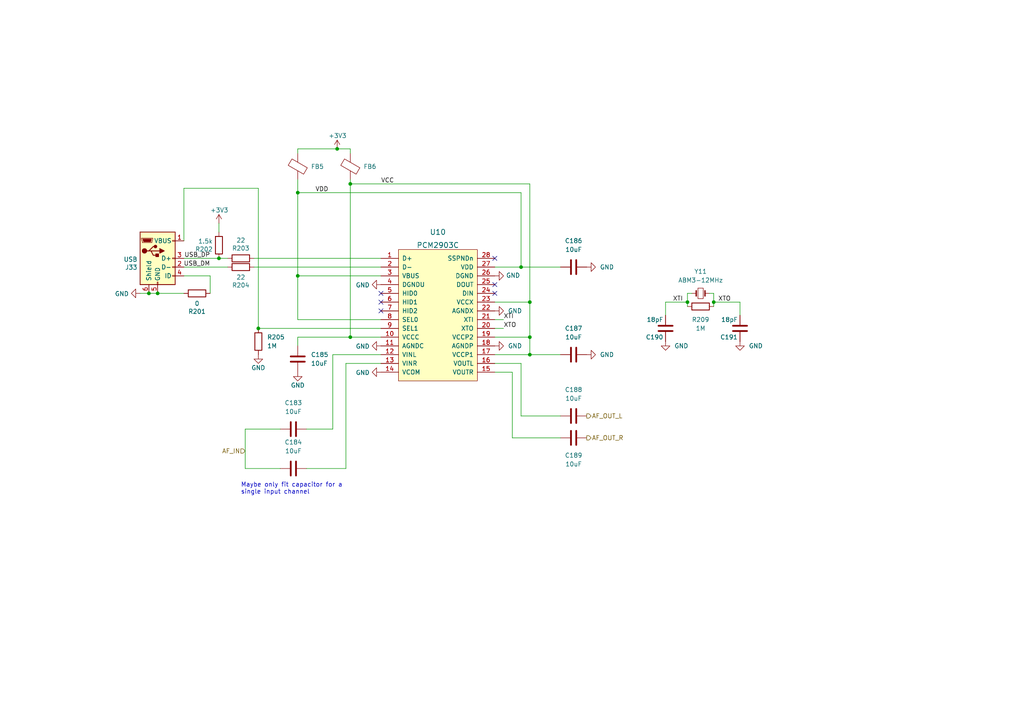
<source format=kicad_sch>
(kicad_sch (version 20211123) (generator eeschema)
  (paper "A4")
  (title_block (title "DART-70 TRX") (date "2023-03-08") (rev "0") (company "HB9EGM") (comment 1 "A 4m Band SSB/CW Transceiver"))
  (lib_symbols
    (symbol "Connector:USB_B_Micro" (pin_names (offset 1.016))
      (property "Reference" "J" (at -5.08 11.43 0))
      (property "Value" "USB_B_Micro" (at -5.08 8.89 0))
      (symbol "USB_B_Micro_0_1"
        (rectangle (start -5.08 -7.62) (end 5.08 7.62) (stroke (width 0.254)) (fill (type background)))
        (circle (center -3.81 2.159) (radius 0.635) (stroke (width 0.254)) (fill (type outline)))
        (circle (center -0.635 3.429) (radius 0.381) (stroke (width 0.254)) (fill (type outline)))
        (rectangle (start -0.127 -7.62) (end 0.127 -6.858))
        (polyline (pts (xy -1.905 2.159) (xy 0.635 2.159)) (stroke (width 0.254)))
        (polyline (pts (xy -3.175 2.159) (xy -2.54 2.159) (xy -1.27 3.429) (xy -0.635 3.429)) (stroke (width 0.254)))
        (polyline (pts (xy -2.54 2.159) (xy -1.905 2.159) (xy -1.27 0.889) (xy 0 0.889)) (stroke (width 0.254)))
        (polyline (pts (xy 0.635 2.794) (xy 0.635 1.524) (xy 1.905 2.159) (xy 0.635 2.794)) (stroke (width 0.254)) (fill (type outline)))
        (polyline (pts (xy -4.318 5.588) (xy -1.778 5.588) (xy -2.032 4.826) (xy -4.064 4.826) (xy -4.318 5.588)) (fill (type outline)))
        (polyline (pts (xy -4.699 5.842) (xy -4.699 5.588) (xy -4.445 4.826) (xy -4.445 4.572) (xy -1.651 4.572) (xy -1.651 4.826) (xy -1.397 5.588) (xy -1.397 5.842) (xy -4.699 5.842)))
        (rectangle (start 0.254 1.27) (end -0.508 0.508) (stroke (width 0.254)) (fill (type outline)))
        (rectangle (start 5.08 -5.207) (end 4.318 -4.953))
        (rectangle (start 5.08 -2.667) (end 4.318 -2.413))
        (rectangle (start 5.08 -0.127) (end 4.318 0.127))
        (rectangle (start 5.08 4.953) (end 4.318 5.207))
      )
      (symbol "USB_B_Micro_1_1"
        (pin power_out line (at 7.62 5.08 180) (length 2.54) (name "VBUS") (number "1"))
        (pin bidirectional line (at 7.62 -2.54 180) (length 2.54) (name "D-") (number "2"))
        (pin bidirectional line (at 7.62 0 180) (length 2.54) (name "D+") (number "3"))
        (pin passive line (at 7.62 -5.08 180) (length 2.54) (name "ID") (number "4"))
        (pin power_out line (at 0 -10.16 90) (length 2.54) (name "GND") (number "5"))
        (pin passive line (at -2.54 -10.16 90) (length 2.54) (name "Shield") (number "6"))
      )
    )
    (symbol "Device:C" (pin_numbers hide) (pin_names (offset 0.254))
      (property "Reference" "C" (at 0.635 2.54 0))
      (property "Value" "C" (at 0.635 -2.54 0))
      (symbol "C_0_1"
        (polyline (pts (xy -2.032 -0.762) (xy 2.032 -0.762)) (stroke (width 0.508)))
        (polyline (pts (xy -2.032 0.762) (xy 2.032 0.762)) (stroke (width 0.508)))
      )
      (symbol "C_1_1"
        (pin passive line (at 0 3.81 270) (length 2.794) (name "~") (number "1"))
        (pin passive line (at 0 -3.81 90) (length 2.794) (name "~") (number "2"))
      )
    )
    (symbol "Device:Crystal_Small" (pin_numbers hide) (pin_names (offset 1.016) hide)
      (property "Reference" "Y" (at 0 2.54 0))
      (property "Value" "Crystal_Small" (at 0 -2.54 0))
      (symbol "Crystal_Small_0_1"
        (rectangle (start -0.762 -1.524) (end 0.762 1.524))
        (polyline (pts (xy -1.27 -0.762) (xy -1.27 0.762)) (stroke (width 0.381)))
        (polyline (pts (xy 1.27 -0.762) (xy 1.27 0.762)) (stroke (width 0.381)))
      )
      (symbol "Crystal_Small_1_1"
        (pin passive line (at -2.54 0 0) (length 1.27) (name "1") (number "1"))
        (pin passive line (at 2.54 0 180) (length 1.27) (name "2") (number "2"))
      )
    )
    (symbol "Device:FerriteBead" (pin_numbers hide) (pin_names (offset 0))
      (property "Reference" "FB" (at -3.81 0.635 90))
      (property "Value" "FerriteBead" (at 3.81 0 90))
      (symbol "FerriteBead_0_1"
        (polyline (pts (xy 0 -1.27) (xy 0 -1.2192)))
        (polyline (pts (xy 0 1.27) (xy 0 1.2954)))
        (polyline (pts (xy -2.7686 0.4064) (xy -1.7018 2.2606) (xy 2.7686 -0.3048) (xy 1.6764 -2.159) (xy -2.7686 0.4064)))
      )
      (symbol "FerriteBead_1_1"
        (pin passive line (at 0 3.81 270) (length 2.54) (name "~") (number "1"))
        (pin passive line (at 0 -3.81 90) (length 2.54) (name "~") (number "2"))
      )
    )
    (symbol "Device:R" (pin_numbers hide) (pin_names (offset 0))
      (property "Reference" "R" (at 2.032 0 90))
      (property "Value" "R" (at 0 0 90))
      (symbol "R_0_1"
        (rectangle (start -1.016 -2.54) (end 1.016 2.54) (stroke (width 0.254)))
      )
      (symbol "R_1_1"
        (pin passive line (at 0 3.81 270) (length 1.27) (name "~") (number "1"))
        (pin passive line (at 0 -3.81 90) (length 1.27) (name "~") (number "2"))
      )
    )
    (symbol "mpb:PCM2903C" (pin_names (offset 1.016))
      (property "Reference" "U" (at -1.27 21.59 0))
      (property "Value" "PCM2903C" (at -1.27 -21.59 0))
      (symbol "PCM2903C_0_1"
        (rectangle (start -11.43 19.05) (end 11.43 -19.05) (fill (type background)))
      )
      (symbol "PCM2903C_1_1"
        (pin bidirectional line (at -16.51 16.51 0) (length 5.08) (name "D+") (number "1"))
        (pin power_in line (at -16.51 -6.35 0) (length 5.08) (name "VCCC") (number "10"))
        (pin power_in line (at -16.51 -8.89 0) (length 5.08) (name "AGNDC") (number "11"))
        (pin input line (at -16.51 -11.43 0) (length 5.08) (name "VINL") (number "12"))
        (pin input line (at -16.51 -13.97 0) (length 5.08) (name "VINR") (number "13"))
        (pin power_out line (at -16.51 -16.51 0) (length 5.08) (name "VCOM") (number "14"))
        (pin output line (at 16.51 -16.51 180) (length 5.08) (name "VOUTR") (number "15"))
        (pin input line (at 16.51 -13.97 180) (length 5.08) (name "VOUTL") (number "16"))
        (pin power_in line (at 16.51 -11.43 180) (length 5.08) (name "VCCP1") (number "17"))
        (pin power_in line (at 16.51 -8.89 180) (length 5.08) (name "AGNDP") (number "18"))
        (pin power_in line (at 16.51 -6.35 180) (length 5.08) (name "VCCP2") (number "19"))
        (pin bidirectional line (at -16.51 13.97 0) (length 5.08) (name "D-") (number "2"))
        (pin bidirectional line (at 16.51 -3.81 180) (length 5.08) (name "XTO") (number "20"))
        (pin bidirectional line (at 16.51 -1.27 180) (length 5.08) (name "XTI") (number "21"))
        (pin power_in line (at 16.51 1.27 180) (length 5.08) (name "AGNDX") (number "22"))
        (pin power_in line (at 16.51 3.81 180) (length 5.08) (name "VCCX") (number "23"))
        (pin input line (at 16.51 6.35 180) (length 5.08) (name "DIN") (number "24"))
        (pin output line (at 16.51 8.89 180) (length 5.08) (name "DOUT") (number "25"))
        (pin power_in line (at 16.51 11.43 180) (length 5.08) (name "DGND") (number "26"))
        (pin power_in line (at 16.51 13.97 180) (length 5.08) (name "VDD") (number "27"))
        (pin output line (at 16.51 16.51 180) (length 5.08) (name "SSPNDn") (number "28"))
        (pin power_in line (at -16.51 11.43 0) (length 5.08) (name "VBUS") (number "3"))
        (pin power_in line (at -16.51 8.89 0) (length 5.08) (name "DGNDU") (number "4"))
        (pin input line (at -16.51 6.35 0) (length 5.08) (name "HID0") (number "5"))
        (pin input line (at -16.51 3.81 0) (length 5.08) (name "HID1") (number "6"))
        (pin input line (at -16.51 1.27 0) (length 5.08) (name "HID2") (number "7"))
        (pin input line (at -16.51 -1.27 0) (length 5.08) (name "SEL0") (number "8"))
        (pin input line (at -16.51 -3.81 0) (length 5.08) (name "SEL1") (number "9"))
      )
    )
    (symbol "power:+3V3" (power) (pin_names (offset 0))
      (property "Value" "+3V3" (at 0 3.556 0))
      (symbol "+3V3_0_1"
        (polyline (pts (xy -0.762 1.27) (xy 0 2.54)))
        (polyline (pts (xy 0 0) (xy 0 2.54)))
        (polyline (pts (xy 0 2.54) (xy 0.762 1.27)))
      )
      (symbol "+3V3_1_1"
        (pin power_in line (at 0 0 90) (length 0) hide (name "+3V3") (number "1"))
      )
    )
    (symbol "power:GND" (power) (pin_names (offset 0))
      (property "Value" "GND" (at 0 -3.81 0))
      (symbol "GND_0_1"
        (polyline (pts (xy 0 0) (xy 0 -1.27) (xy 1.27 -1.27) (xy 0 -2.54) (xy -1.27 -1.27) (xy 0 -1.27)))
      )
      (symbol "GND_1_1"
        (pin power_in line (at 0 0 270) (length 0) hide (name "GND") (number "1"))
      )
    )
  )
  (junction (at 86.36 80.01))
  (junction (at 45.72 85.09))
  (junction (at 101.6 53.34))
  (junction (at 74.93 95.25))
  (junction (at 63.5 74.93))
  (junction (at 207.01 87.63))
  (junction (at 153.67 102.87))
  (junction (at 86.36 55.88))
  (junction (at 153.67 87.63))
  (junction (at 43.18 85.09))
  (junction (at 199.39 87.63))
  (junction (at 97.79 43.18))
  (junction (at 153.67 97.79))
  (junction (at 101.6 97.79))
  (junction (at 151.13 77.47))
  (no_connect (at 143.51 82.55))
  (no_connect (at 110.49 85.09))
  (no_connect (at 110.49 87.63))
  (no_connect (at 143.51 85.09))
  (no_connect (at 110.49 90.17))
  (no_connect (at 143.51 74.93))
  (wire (pts (xy 74.93 54.61) (xy 74.93 95.25)))
  (wire (pts (xy 86.36 80.01) (xy 86.36 92.71)))
  (wire (pts (xy 101.6 43.18) (xy 101.6 44.45)))
  (wire (pts (xy 143.51 77.47) (xy 151.13 77.47)))
  (wire (pts (xy 73.66 77.47) (xy 110.49 77.47)))
  (wire (pts (xy 71.12 124.46) (xy 71.12 135.89)))
  (wire (pts (xy 63.5 64.77) (xy 63.5 67.31)))
  (wire (pts (xy 143.51 102.87) (xy 153.67 102.87)))
  (wire (pts (xy 151.13 120.65) (xy 151.13 105.41)))
  (wire (pts (xy 43.18 85.09) (xy 45.72 85.09)))
  (wire (pts (xy 151.13 105.41) (xy 143.51 105.41)))
  (wire (pts (xy 66.04 77.47) (xy 53.34 77.47)))
  (wire (pts (xy 86.36 52.07) (xy 86.36 55.88)))
  (wire (pts (xy 199.39 87.63) (xy 199.39 88.9)))
  (wire (pts (xy 143.51 97.79) (xy 153.67 97.79)))
  (wire (pts (xy 96.52 124.46) (xy 96.52 102.87)))
  (wire (pts (xy 146.05 92.71) (xy 143.51 92.71)))
  (wire (pts (xy 151.13 55.88) (xy 151.13 77.47)))
  (wire (pts (xy 143.51 107.95) (xy 148.59 107.95)))
  (wire (pts (xy 146.05 95.25) (xy 143.51 95.25)))
  (wire (pts (xy 73.66 74.93) (xy 110.49 74.93)))
  (wire (pts (xy 162.56 120.65) (xy 151.13 120.65)))
  (wire (pts (xy 205.74 85.09) (xy 207.01 85.09)))
  (wire (pts (xy 97.79 43.18) (xy 101.6 43.18)))
  (wire (pts (xy 60.96 85.09) (xy 60.96 80.01)))
  (wire (pts (xy 100.33 105.41) (xy 100.33 135.89)))
  (wire (pts (xy 207.01 87.63) (xy 207.01 88.9)))
  (wire (pts (xy 100.33 135.89) (xy 88.9 135.89)))
  (wire (pts (xy 143.51 87.63) (xy 153.67 87.63)))
  (wire (pts (xy 148.59 127) (xy 162.56 127)))
  (wire (pts (xy 153.67 53.34) (xy 101.6 53.34)))
  (wire (pts (xy 53.34 54.61) (xy 74.93 54.61)))
  (wire (pts (xy 148.59 107.95) (xy 148.59 127)))
  (wire (pts (xy 101.6 53.34) (xy 101.6 52.07)))
  (wire (pts (xy 110.49 105.41) (xy 100.33 105.41)))
  (wire (pts (xy 96.52 102.87) (xy 110.49 102.87)))
  (wire (pts (xy 193.04 87.63) (xy 199.39 87.63)))
  (wire (pts (xy 86.36 44.45) (xy 86.36 43.18)))
  (wire (pts (xy 63.5 74.93) (xy 53.34 74.93)))
  (wire (pts (xy 200.66 85.09) (xy 199.39 85.09)))
  (wire (pts (xy 86.36 97.79) (xy 101.6 97.79)))
  (wire (pts (xy 153.67 97.79) (xy 153.67 87.63)))
  (wire (pts (xy 153.67 102.87) (xy 162.56 102.87)))
  (wire (pts (xy 86.36 92.71) (xy 110.49 92.71)))
  (wire (pts (xy 45.72 85.09) (xy 53.34 85.09)))
  (wire (pts (xy 199.39 85.09) (xy 199.39 87.63)))
  (wire (pts (xy 71.12 135.89) (xy 81.28 135.89)))
  (wire (pts (xy 86.36 43.18) (xy 97.79 43.18)))
  (wire (pts (xy 101.6 97.79) (xy 110.49 97.79)))
  (wire (pts (xy 40.64 85.09) (xy 43.18 85.09)))
  (wire (pts (xy 153.67 102.87) (xy 153.67 97.79)))
  (wire (pts (xy 88.9 124.46) (xy 96.52 124.46)))
  (wire (pts (xy 86.36 55.88) (xy 86.36 80.01)))
  (wire (pts (xy 53.34 69.85) (xy 53.34 54.61)))
  (wire (pts (xy 74.93 95.25) (xy 110.49 95.25)))
  (wire (pts (xy 151.13 77.47) (xy 162.56 77.47)))
  (wire (pts (xy 193.04 91.44) (xy 193.04 87.63)))
  (wire (pts (xy 86.36 80.01) (xy 110.49 80.01)))
  (wire (pts (xy 86.36 55.88) (xy 151.13 55.88)))
  (wire (pts (xy 63.5 74.93) (xy 66.04 74.93)))
  (wire (pts (xy 214.63 87.63) (xy 207.01 87.63)))
  (wire (pts (xy 207.01 85.09) (xy 207.01 87.63)))
  (wire (pts (xy 60.96 80.01) (xy 53.34 80.01)))
  (wire (pts (xy 101.6 53.34) (xy 101.6 97.79)))
  (wire (pts (xy 214.63 91.44) (xy 214.63 87.63)))
  (wire (pts (xy 86.36 97.79) (xy 86.36 100.33)))
  (wire (pts (xy 153.67 87.63) (xy 153.67 53.34)))
  (wire (pts (xy 71.12 124.46) (xy 81.28 124.46)))
  (text "Maybe only fit capacitor for a\nsingle input channel" (at 69.85 143.51 0) (effects (font (size 1.27 1.27)) (justify left bottom)))
  (label "XTO" (at 208.28 87.63 0))
  (label "VDD" (at 91.44 55.88 0))
  (label "XTO" (at 146.05 95.25 0))
  (label "USB_DM" (at 60.96 77.47 180))
  (label "XTI" (at 198.12 87.63 180))
  (label "USB_DP" (at 60.96 74.93 180))
  (label "VCC" (at 110.49 53.34 0))
  (label "XTI" (at 146.05 92.71 0))
  (hierarchical_label "AF_OUT_L" (shape output) (at 170.18 120.65 0))
  (hierarchical_label "AF_IN" (shape input) (at 71.12 130.81 180))
  (hierarchical_label "AF_OUT_R" (shape output) (at 170.18 127 0))
  (symbol (lib_id "power:GND") (at 143.51 90.17 90) (unit 1)
    (property "Reference" "#PWR0260" (effects hide))
    (property "Value" "GND" (at 147.32 90.1699 90) (effects (justify right)))
  )
  (symbol (lib_id "power:+3V3") (at 97.79 43.18 0) (unit 1)
    (property "Reference" "#PWR0255" (effects hide))
    (property "Value" "+3V3" (at 95.25 39.37 0) (effects (justify left)))
  )
  (symbol (lib_id "Connector:USB_B_Micro") (at 45.72 74.93 0) (unit 1)
    (property "Reference" "J33" (at 39.878 77.5462 0) (effects (justify right)))
    (property "Value" "USB" (at 39.878 75.2348 0) (effects (justify right)))
    (property "Footprint" "Connector_USB:USB_Micro-B_Molex-105017-0001" (effects hide))
    (property "MPN" "Molex 104017-0001" (effects hide))
    (property "Need_order" "0" (effects hide))
  )
  (symbol (lib_id "Device:FerriteBead") (at 101.6 48.26 180) (unit 1)
    (property "Reference" "FB6" (at 105.41 48.3107 0) (effects (justify right)))
    (property "Value" "BLM18BB221SN1D" (effects hide))
    (property "Footprint" "Inductor_SMD:L_0603_1608Metric_Pad1.05x0.95mm_HandSolder" (effects hide))
    (property "MPN" "BLM18BB221SN1D" (effects hide))
    (property "Need_order" "0" (effects hide))
  )
  (symbol (lib_id "Device:R") (at 57.15 85.09 90) (unit 1)
    (property "Reference" "R201" (at 57.15 90.3478 90))
    (property "Value" "0" (at 57.15 88.0364 90))
    (property "Footprint" "Resistor_SMD:R_0603_1608Metric_Pad0.98x0.95mm_HandSolder" (effects hide))
    (property "Need_order" "0" (effects hide))
  )
  (symbol (lib_id "power:GND") (at 110.49 107.95 270) (unit 1)
    (property "Reference" "#PWR0258" (effects hide))
    (property "Value" "GND" (at 107.2388 108.077 90) (effects (justify right)))
  )
  (symbol (lib_id "Device:R") (at 69.85 77.47 90) (unit 1)
    (property "Reference" "R204" (at 69.85 82.7278 90))
    (property "Value" "22" (at 69.85 80.4164 90))
    (property "Footprint" "Resistor_SMD:R_0603_1608Metric_Pad0.98x0.95mm_HandSolder" (effects hide))
    (property "Need_order" "0" (effects hide))
  )
  (symbol (lib_id "Device:Crystal_Small") (at 203.2 85.09 0) (unit 1)
    (property "Reference" "Y11" (at 203.2 78.74 0))
    (property "Value" "ABM3-12MHz" (at 203.2 81.28 0))
    (property "Footprint" "mpb:ABM3" (effects hide))
  )
  (symbol (lib_id "Device:C") (at 86.36 104.14 180) (unit 1)
    (property "Reference" "C185" (at 90.17 102.8699 0) (effects (justify right)))
    (property "Value" "10uF" (at 90.17 105.4099 0) (effects (justify right)))
    (property "Footprint" "Capacitor_SMD:C_0805_2012Metric_Pad1.18x1.45mm_HandSolder" (effects hide))
    (property "MPN" "GRM21BR6YA106ME" (effects hide))
  )
  (symbol (lib_id "Device:R") (at 63.5 71.12 0) (unit 1)
    (property "Reference" "R202" (at 61.722 72.2884 0) (effects (justify right)))
    (property "Value" "1.5k" (at 61.722 69.977 0) (effects (justify right)))
    (property "Footprint" "Resistor_SMD:R_0603_1608Metric_Pad0.98x0.95mm_HandSolder" (effects hide))
    (property "Need_order" "0" (effects hide))
  )
  (symbol (lib_id "power:GND") (at 214.63 99.06 0) (unit 1)
    (property "Reference" "#PWR0265" (effects hide))
    (property "Value" "GND" (at 217.17 100.3299 0) (effects (justify left)))
  )
  (symbol (lib_id "Device:C") (at 85.09 124.46 90) (unit 1)
    (property "Reference" "C183" (at 85.09 116.84 90))
    (property "Value" "10uF" (at 85.09 119.38 90))
    (property "Footprint" "Capacitor_SMD:C_0805_2012Metric_Pad1.18x1.45mm_HandSolder" (effects hide))
    (property "MPN" "GRM21BR6YA106ME" (effects hide))
  )
  (symbol (lib_id "Device:C") (at 85.09 135.89 90) (unit 1)
    (property "Reference" "C184" (at 85.09 128.27 90))
    (property "Value" "10uF" (at 85.09 130.81 90))
    (property "Footprint" "Capacitor_SMD:C_0805_2012Metric_Pad1.18x1.45mm_HandSolder" (effects hide))
    (property "MPN" "GRM21BR6YA106ME" (effects hide))
  )
  (symbol (lib_id "power:GND") (at 170.18 102.87 90) (unit 1)
    (property "Reference" "#PWR0263" (effects hide))
    (property "Value" "GND" (at 173.99 102.8699 90) (effects (justify right)))
  )
  (symbol (lib_id "Device:FerriteBead") (at 86.36 48.26 180) (unit 1)
    (property "Reference" "FB5" (at 90.17 48.3107 0) (effects (justify right)))
    (property "Value" "BLM18BB221SN1D" (effects hide))
    (property "Footprint" "Inductor_SMD:L_0603_1608Metric_Pad1.05x0.95mm_HandSolder" (effects hide))
    (property "MPN" "BLM18BB221SN1D" (effects hide))
    (property "Need_order" "0" (effects hide))
  )
  (symbol (lib_id "mpb:PCM2903C") (at 127 91.44 0) (unit 1)
    (property "Reference" "U10" (at 127 67.31 0) (effects (font (size 1.524 1.524))))
    (property "Value" "PCM2903C" (at 127 71.12 0) (effects (font (size 1.524 1.524))))
    (property "Footprint" "Package_SO:SSOP-28_5.3x10.2mm_P0.65mm" (effects hide))
    (property "Datasheet" "/home/bram/Sync/Doc/Datasheet/pcm2903c.pdf" (effects hide))
  )
  (symbol (lib_id "power:GND") (at 110.49 100.33 270) (unit 1)
    (property "Reference" "#PWR0257" (effects hide))
    (property "Value" "GND" (at 107.2388 100.457 90) (effects (justify right)))
  )
  (symbol (lib_id "Device:R") (at 203.2 88.9 90) (unit 1)
    (property "Reference" "R209" (at 203.2 92.71 90))
    (property "Value" "1M" (at 203.2 95.25 90))
    (property "Footprint" "Resistor_SMD:R_0603_1608Metric" (effects hide))
  )
  (symbol (lib_id "power:GND") (at 143.51 100.33 90) (unit 1)
    (property "Reference" "#PWR0261" (effects hide))
    (property "Value" "GND" (at 147.32 100.3299 90) (effects (justify right)))
  )
  (symbol (lib_id "power:GND") (at 170.18 77.47 90) (unit 1)
    (property "Reference" "#PWR0262" (effects hide))
    (property "Value" "GND" (at 173.99 77.4699 90) (effects (justify right)))
  )
  (symbol (lib_id "Device:C") (at 166.37 77.47 270) (unit 1)
    (property "Reference" "C186" (at 166.37 69.85 90))
    (property "Value" "10uF" (at 166.37 72.39 90))
    (property "Footprint" "Capacitor_SMD:C_0805_2012Metric_Pad1.18x1.45mm_HandSolder" (effects hide))
    (property "MPN" "GRM21BR6YA106ME" (effects hide))
  )
  (symbol (lib_id "Device:C") (at 166.37 102.87 270) (unit 1)
    (property "Reference" "C187" (at 166.37 95.25 90))
    (property "Value" "10uF" (at 166.37 97.79 90))
    (property "Footprint" "Capacitor_SMD:C_0805_2012Metric_Pad1.18x1.45mm_HandSolder" (effects hide))
    (property "MPN" "GRM21BR6YA106ME" (effects hide))
  )
  (symbol (lib_id "Device:C") (at 214.63 95.25 180) (unit 1)
    (property "Reference" "C191" (at 213.995 97.79 0) (effects (justify left)))
    (property "Value" "18pF" (at 213.995 92.71 0) (effects (justify left)))
    (property "Footprint" "Capacitor_SMD:C_0603_1608Metric_Pad1.08x0.95mm_HandSolder" (effects hide))
    (property "MPN" "CBR" (effects hide))
  )
  (symbol (lib_id "power:GND") (at 143.51 80.01 90) (unit 1)
    (property "Reference" "#PWR0259" (effects hide))
    (property "Value" "GND" (at 146.7612 79.883 90) (effects (justify right)))
  )
  (symbol (lib_id "Device:R") (at 74.93 99.06 180) (unit 1)
    (property "Reference" "R205" (at 77.47 97.7899 0) (effects (justify right)))
    (property "Value" "1M" (at 77.47 100.3299 0) (effects (justify right)))
    (property "Footprint" "Resistor_SMD:R_0603_1608Metric" (effects hide))
  )
  (symbol (lib_id "power:+3V3") (at 63.5 64.77 0) (unit 1)
    (property "Reference" "#PWR0252" (effects hide))
    (property "Value" "+3V3" (at 60.96 60.96 0) (effects (justify left)))
  )
  (symbol (lib_id "power:GND") (at 193.04 99.06 0) (unit 1)
    (property "Reference" "#PWR0264" (effects hide))
    (property "Value" "GND" (at 195.58 100.3299 0) (effects (justify left)))
  )
  (symbol (lib_id "power:GND") (at 74.93 102.87 0) (unit 1)
    (property "Reference" "#PWR0253" (effects hide))
    (property "Value" "GND" (at 74.93 106.68 0))
  )
  (symbol (lib_id "Device:R") (at 69.85 74.93 90) (unit 1)
    (property "Reference" "R203" (at 69.85 72.009 90))
    (property "Value" "22" (at 69.85 69.6976 90))
    (property "Footprint" "Resistor_SMD:R_0603_1608Metric_Pad0.98x0.95mm_HandSolder" (effects hide))
    (property "Need_order" "0" (effects hide))
  )
  (symbol (lib_id "power:GND") (at 110.49 82.55 270) (unit 1)
    (property "Reference" "#PWR0256" (effects hide))
    (property "Value" "GND" (at 107.2388 82.677 90) (effects (justify right)))
  )
  (symbol (lib_id "Device:C") (at 193.04 95.25 180) (unit 1)
    (property "Reference" "C190" (at 192.405 97.79 0) (effects (justify left)))
    (property "Value" "18pF" (at 192.405 92.71 0) (effects (justify left)))
    (property "Footprint" "Capacitor_SMD:C_0603_1608Metric_Pad1.08x0.95mm_HandSolder" (effects hide))
    (property "MPN" "CBR" (effects hide))
  )
  (symbol (lib_id "power:GND") (at 40.64 85.09 270) (unit 1)
    (property "Reference" "#PWR0251" (effects hide))
    (property "Value" "GND" (at 37.3888 85.217 90) (effects (justify right)))
  )
  (symbol (lib_id "Device:C") (at 166.37 127 270) (unit 1)
    (property "Reference" "C189" (at 166.37 132.08 90))
    (property "Value" "10uF" (at 166.37 134.62 90))
    (property "Footprint" "Capacitor_SMD:C_0805_2012Metric_Pad1.18x1.45mm_HandSolder" (effects hide))
    (property "MPN" "GRM21BR6YA106ME" (effects hide))
  )
  (symbol (lib_id "power:GND") (at 86.36 107.95 0) (unit 1)
    (property "Reference" "#PWR0254" (effects hide))
    (property "Value" "GND" (at 86.36 111.76 0))
  )
  (symbol (lib_id "Device:C") (at 166.37 120.65 270) (unit 1)
    (property "Reference" "C188" (at 166.37 113.03 90))
    (property "Value" "10uF" (at 166.37 115.57 90))
    (property "Footprint" "Capacitor_SMD:C_0805_2012Metric_Pad1.18x1.45mm_HandSolder" (effects hide))
    (property "MPN" "GRM21BR6YA106ME" (effects hide))
  )
)
</source>
